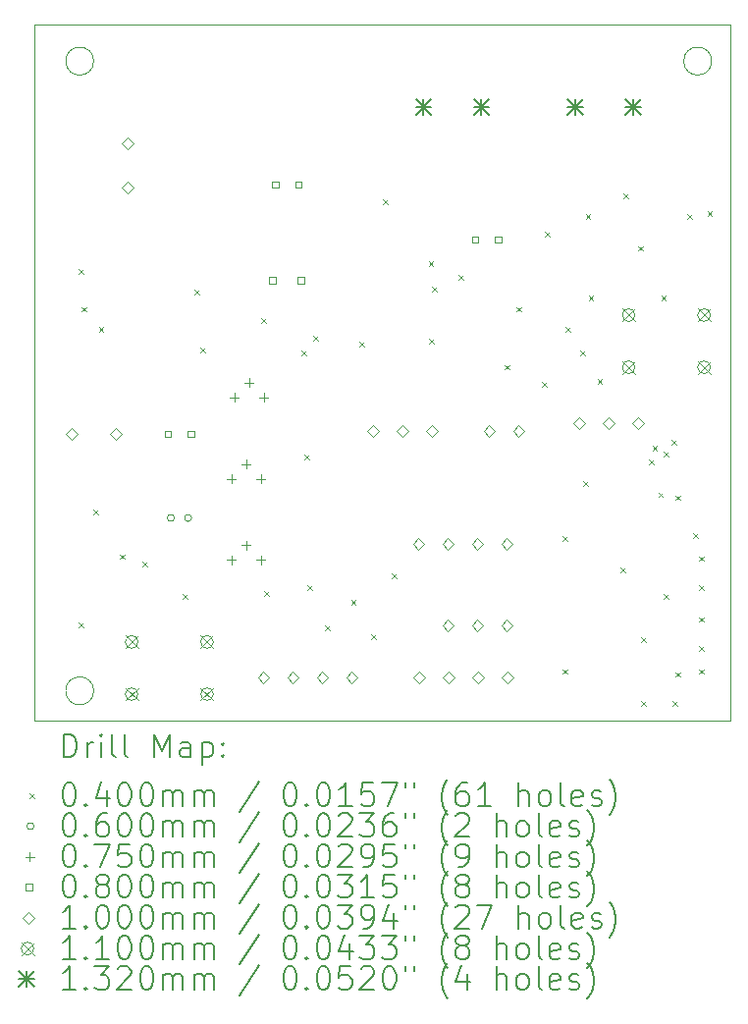
<source format=gbr>
%TF.GenerationSoftware,KiCad,Pcbnew,(6.0.9)*%
%TF.CreationDate,2023-04-25T00:15:43-06:00*%
%TF.ProjectId,WeatherStation,57656174-6865-4725-9374-6174696f6e2e,rev?*%
%TF.SameCoordinates,Original*%
%TF.FileFunction,Drillmap*%
%TF.FilePolarity,Positive*%
%FSLAX45Y45*%
G04 Gerber Fmt 4.5, Leading zero omitted, Abs format (unit mm)*
G04 Created by KiCad (PCBNEW (6.0.9)) date 2023-04-25 00:15:43*
%MOMM*%
%LPD*%
G01*
G04 APERTURE LIST*
%ADD10C,0.100000*%
%ADD11C,0.200000*%
%ADD12C,0.040000*%
%ADD13C,0.060000*%
%ADD14C,0.075000*%
%ADD15C,0.080000*%
%ADD16C,0.110000*%
%ADD17C,0.132000*%
G04 APERTURE END LIST*
D10*
X18915461Y-8110000D02*
G75*
G03*
X18915461Y-8110000I-120461J0D01*
G01*
X13585461Y-8110000D02*
G75*
G03*
X13585461Y-8110000I-120461J0D01*
G01*
X13585461Y-13540460D02*
G75*
G03*
X13585461Y-13540460I-120461J0D01*
G01*
X19075150Y-7797000D02*
X13074850Y-7797000D01*
X13074850Y-7797000D02*
X13074850Y-13797800D01*
X13074850Y-13797800D02*
X19075150Y-13797800D01*
X19075150Y-13797800D02*
X19075150Y-7797000D01*
D11*
D12*
X13455000Y-9905000D02*
X13495000Y-9945000D01*
X13495000Y-9905000D02*
X13455000Y-9945000D01*
X13455000Y-12954250D02*
X13495000Y-12994250D01*
X13495000Y-12954250D02*
X13455000Y-12994250D01*
X13480000Y-10230000D02*
X13520000Y-10270000D01*
X13520000Y-10230000D02*
X13480000Y-10270000D01*
X13580000Y-11980000D02*
X13620000Y-12020000D01*
X13620000Y-11980000D02*
X13580000Y-12020000D01*
X13630000Y-10405000D02*
X13670000Y-10445000D01*
X13670000Y-10405000D02*
X13630000Y-10445000D01*
X13813750Y-12363750D02*
X13853750Y-12403750D01*
X13853750Y-12363750D02*
X13813750Y-12403750D01*
X14005000Y-12430000D02*
X14045000Y-12470000D01*
X14045000Y-12430000D02*
X14005000Y-12470000D01*
X14355000Y-12705000D02*
X14395000Y-12745000D01*
X14395000Y-12705000D02*
X14355000Y-12745000D01*
X14455000Y-10080000D02*
X14495000Y-10120000D01*
X14495000Y-10080000D02*
X14455000Y-10120000D01*
X14505000Y-10580000D02*
X14545000Y-10620000D01*
X14545000Y-10580000D02*
X14505000Y-10620000D01*
X15030000Y-10330000D02*
X15070000Y-10370000D01*
X15070000Y-10330000D02*
X15030000Y-10370000D01*
X15055000Y-12680000D02*
X15095000Y-12720000D01*
X15095000Y-12680000D02*
X15055000Y-12720000D01*
X15380000Y-10605000D02*
X15420000Y-10645000D01*
X15420000Y-10605000D02*
X15380000Y-10645000D01*
X15405000Y-11505000D02*
X15445000Y-11545000D01*
X15445000Y-11505000D02*
X15405000Y-11545000D01*
X15430000Y-12630000D02*
X15470000Y-12670000D01*
X15470000Y-12630000D02*
X15430000Y-12670000D01*
X15480000Y-10480000D02*
X15520000Y-10520000D01*
X15520000Y-10480000D02*
X15480000Y-10520000D01*
X15580000Y-12980000D02*
X15620000Y-13020000D01*
X15620000Y-12980000D02*
X15580000Y-13020000D01*
X15805000Y-12755000D02*
X15845000Y-12795000D01*
X15845000Y-12755000D02*
X15805000Y-12795000D01*
X15880000Y-10530000D02*
X15920000Y-10570000D01*
X15920000Y-10530000D02*
X15880000Y-10570000D01*
X15980000Y-13055000D02*
X16020000Y-13095000D01*
X16020000Y-13055000D02*
X15980000Y-13095000D01*
X16080000Y-9305000D02*
X16120000Y-9345000D01*
X16120000Y-9305000D02*
X16080000Y-9345000D01*
X16155000Y-12530000D02*
X16195000Y-12570000D01*
X16195000Y-12530000D02*
X16155000Y-12570000D01*
X16475000Y-9835000D02*
X16515000Y-9875000D01*
X16515000Y-9835000D02*
X16475000Y-9875000D01*
X16480000Y-10505000D02*
X16520000Y-10545000D01*
X16520000Y-10505000D02*
X16480000Y-10545000D01*
X16505000Y-10055000D02*
X16545000Y-10095000D01*
X16545000Y-10055000D02*
X16505000Y-10095000D01*
X16730000Y-9955000D02*
X16770000Y-9995000D01*
X16770000Y-9955000D02*
X16730000Y-9995000D01*
X17130000Y-10730000D02*
X17170000Y-10770000D01*
X17170000Y-10730000D02*
X17130000Y-10770000D01*
X17230000Y-10230000D02*
X17270000Y-10270000D01*
X17270000Y-10230000D02*
X17230000Y-10270000D01*
X17455000Y-10880000D02*
X17495000Y-10920000D01*
X17495000Y-10880000D02*
X17455000Y-10920000D01*
X17480000Y-9580000D02*
X17520000Y-9620000D01*
X17520000Y-9580000D02*
X17480000Y-9620000D01*
X17630000Y-12205000D02*
X17670000Y-12245000D01*
X17670000Y-12205000D02*
X17630000Y-12245000D01*
X17630000Y-13355000D02*
X17670000Y-13395000D01*
X17670000Y-13355000D02*
X17630000Y-13395000D01*
X17655000Y-10405000D02*
X17695000Y-10445000D01*
X17695000Y-10405000D02*
X17655000Y-10445000D01*
X17780000Y-10605000D02*
X17820000Y-10645000D01*
X17820000Y-10605000D02*
X17780000Y-10645000D01*
X17808955Y-11733955D02*
X17848955Y-11773955D01*
X17848955Y-11733955D02*
X17808955Y-11773955D01*
X17830000Y-9430000D02*
X17870000Y-9470000D01*
X17870000Y-9430000D02*
X17830000Y-9470000D01*
X17855000Y-10130000D02*
X17895000Y-10170000D01*
X17895000Y-10130000D02*
X17855000Y-10170000D01*
X17930000Y-10855000D02*
X17970000Y-10895000D01*
X17970000Y-10855000D02*
X17930000Y-10895000D01*
X18130000Y-12480000D02*
X18170000Y-12520000D01*
X18170000Y-12480000D02*
X18130000Y-12520000D01*
X18155000Y-9255000D02*
X18195000Y-9295000D01*
X18195000Y-9255000D02*
X18155000Y-9295000D01*
X18280000Y-9705000D02*
X18320000Y-9745000D01*
X18320000Y-9705000D02*
X18280000Y-9745000D01*
X18305000Y-13080000D02*
X18345000Y-13120000D01*
X18345000Y-13080000D02*
X18305000Y-13120000D01*
X18305000Y-13630000D02*
X18345000Y-13670000D01*
X18345000Y-13630000D02*
X18305000Y-13670000D01*
X18374181Y-11549181D02*
X18414181Y-11589181D01*
X18414181Y-11549181D02*
X18374181Y-11589181D01*
X18405000Y-11430000D02*
X18445000Y-11470000D01*
X18445000Y-11430000D02*
X18405000Y-11470000D01*
X18455000Y-11830000D02*
X18495000Y-11870000D01*
X18495000Y-11830000D02*
X18455000Y-11870000D01*
X18480000Y-10130000D02*
X18520000Y-10170000D01*
X18520000Y-10130000D02*
X18480000Y-10170000D01*
X18505000Y-11480000D02*
X18545000Y-11520000D01*
X18545000Y-11480000D02*
X18505000Y-11520000D01*
X18505000Y-12705000D02*
X18545000Y-12745000D01*
X18545000Y-12705000D02*
X18505000Y-12745000D01*
X18572450Y-11380000D02*
X18612450Y-11420000D01*
X18612450Y-11380000D02*
X18572450Y-11420000D01*
X18580000Y-13630000D02*
X18620000Y-13670000D01*
X18620000Y-13630000D02*
X18580000Y-13670000D01*
X18605000Y-11855000D02*
X18645000Y-11895000D01*
X18645000Y-11855000D02*
X18605000Y-11895000D01*
X18605000Y-13380000D02*
X18645000Y-13420000D01*
X18645000Y-13380000D02*
X18605000Y-13420000D01*
X18705000Y-9430000D02*
X18745000Y-9470000D01*
X18745000Y-9430000D02*
X18705000Y-9470000D01*
X18755000Y-12180000D02*
X18795000Y-12220000D01*
X18795000Y-12180000D02*
X18755000Y-12220000D01*
X18805000Y-12380000D02*
X18845000Y-12420000D01*
X18845000Y-12380000D02*
X18805000Y-12420000D01*
X18805000Y-12630000D02*
X18845000Y-12670000D01*
X18845000Y-12630000D02*
X18805000Y-12670000D01*
X18805000Y-12905000D02*
X18845000Y-12945000D01*
X18845000Y-12905000D02*
X18805000Y-12945000D01*
X18805000Y-13155000D02*
X18845000Y-13195000D01*
X18845000Y-13155000D02*
X18805000Y-13195000D01*
X18805000Y-13355000D02*
X18845000Y-13395000D01*
X18845000Y-13355000D02*
X18805000Y-13395000D01*
X18880000Y-9405000D02*
X18920000Y-9445000D01*
X18920000Y-9405000D02*
X18880000Y-9445000D01*
D13*
X14280000Y-12050000D02*
G75*
G03*
X14280000Y-12050000I-30000J0D01*
G01*
X14430000Y-12050000D02*
G75*
G03*
X14430000Y-12050000I-30000J0D01*
G01*
D14*
X14773000Y-11673500D02*
X14773000Y-11748500D01*
X14735500Y-11711000D02*
X14810500Y-11711000D01*
X14773000Y-12373500D02*
X14773000Y-12448500D01*
X14735500Y-12411000D02*
X14810500Y-12411000D01*
X14798000Y-10973500D02*
X14798000Y-11048500D01*
X14760500Y-11011000D02*
X14835500Y-11011000D01*
X14900000Y-11546500D02*
X14900000Y-11621500D01*
X14862500Y-11584000D02*
X14937500Y-11584000D01*
X14900000Y-12246500D02*
X14900000Y-12321500D01*
X14862500Y-12284000D02*
X14937500Y-12284000D01*
X14925000Y-10846500D02*
X14925000Y-10921500D01*
X14887500Y-10884000D02*
X14962500Y-10884000D01*
X15027000Y-11673500D02*
X15027000Y-11748500D01*
X14989500Y-11711000D02*
X15064500Y-11711000D01*
X15027000Y-12373500D02*
X15027000Y-12448500D01*
X14989500Y-12411000D02*
X15064500Y-12411000D01*
X15052000Y-10973500D02*
X15052000Y-11048500D01*
X15014500Y-11011000D02*
X15089500Y-11011000D01*
D15*
X14253284Y-11353284D02*
X14253284Y-11296715D01*
X14196715Y-11296715D01*
X14196715Y-11353284D01*
X14253284Y-11353284D01*
X14453284Y-11353284D02*
X14453284Y-11296715D01*
X14396715Y-11296715D01*
X14396715Y-11353284D01*
X14453284Y-11353284D01*
X15153284Y-10028285D02*
X15153284Y-9971716D01*
X15096715Y-9971716D01*
X15096715Y-10028285D01*
X15153284Y-10028285D01*
X15178284Y-9203285D02*
X15178284Y-9146716D01*
X15121715Y-9146716D01*
X15121715Y-9203285D01*
X15178284Y-9203285D01*
X15378284Y-9203285D02*
X15378284Y-9146716D01*
X15321715Y-9146716D01*
X15321715Y-9203285D01*
X15378284Y-9203285D01*
X15403284Y-10028285D02*
X15403284Y-9971716D01*
X15346715Y-9971716D01*
X15346715Y-10028285D01*
X15403284Y-10028285D01*
X16903285Y-9678285D02*
X16903285Y-9621716D01*
X16846716Y-9621716D01*
X16846716Y-9678285D01*
X16903285Y-9678285D01*
X17103285Y-9678285D02*
X17103285Y-9621716D01*
X17046716Y-9621716D01*
X17046716Y-9678285D01*
X17103285Y-9678285D01*
D10*
X13394000Y-11375000D02*
X13444000Y-11325000D01*
X13394000Y-11275000D01*
X13344000Y-11325000D01*
X13394000Y-11375000D01*
X13775000Y-11375000D02*
X13825000Y-11325000D01*
X13775000Y-11275000D01*
X13725000Y-11325000D01*
X13775000Y-11375000D01*
X13879925Y-8870000D02*
X13929925Y-8820000D01*
X13879925Y-8770000D01*
X13829925Y-8820000D01*
X13879925Y-8870000D01*
X13879925Y-9251000D02*
X13929925Y-9201000D01*
X13879925Y-9151000D01*
X13829925Y-9201000D01*
X13879925Y-9251000D01*
X15050000Y-13475000D02*
X15100000Y-13425000D01*
X15050000Y-13375000D01*
X15000000Y-13425000D01*
X15050000Y-13475000D01*
X15304000Y-13475000D02*
X15354000Y-13425000D01*
X15304000Y-13375000D01*
X15254000Y-13425000D01*
X15304000Y-13475000D01*
X15558000Y-13475000D02*
X15608000Y-13425000D01*
X15558000Y-13375000D01*
X15508000Y-13425000D01*
X15558000Y-13475000D01*
X15812000Y-13475000D02*
X15862000Y-13425000D01*
X15812000Y-13375000D01*
X15762000Y-13425000D01*
X15812000Y-13475000D01*
X15994500Y-11350000D02*
X16044500Y-11300000D01*
X15994500Y-11250000D01*
X15944500Y-11300000D01*
X15994500Y-11350000D01*
X16248500Y-11350000D02*
X16298500Y-11300000D01*
X16248500Y-11250000D01*
X16198500Y-11300000D01*
X16248500Y-11350000D01*
X16388000Y-12325000D02*
X16438000Y-12275000D01*
X16388000Y-12225000D01*
X16338000Y-12275000D01*
X16388000Y-12325000D01*
X16395000Y-13475000D02*
X16445000Y-13425000D01*
X16395000Y-13375000D01*
X16345000Y-13425000D01*
X16395000Y-13475000D01*
X16502500Y-11350000D02*
X16552500Y-11300000D01*
X16502500Y-11250000D01*
X16452500Y-11300000D01*
X16502500Y-11350000D01*
X16642000Y-12325000D02*
X16692000Y-12275000D01*
X16642000Y-12225000D01*
X16592000Y-12275000D01*
X16642000Y-12325000D01*
X16642000Y-13025000D02*
X16692000Y-12975000D01*
X16642000Y-12925000D01*
X16592000Y-12975000D01*
X16642000Y-13025000D01*
X16649000Y-13475000D02*
X16699000Y-13425000D01*
X16649000Y-13375000D01*
X16599000Y-13425000D01*
X16649000Y-13475000D01*
X16896000Y-12325000D02*
X16946000Y-12275000D01*
X16896000Y-12225000D01*
X16846000Y-12275000D01*
X16896000Y-12325000D01*
X16896000Y-13025000D02*
X16946000Y-12975000D01*
X16896000Y-12925000D01*
X16846000Y-12975000D01*
X16896000Y-13025000D01*
X16903000Y-13475000D02*
X16953000Y-13425000D01*
X16903000Y-13375000D01*
X16853000Y-13425000D01*
X16903000Y-13475000D01*
X16997500Y-11350000D02*
X17047500Y-11300000D01*
X16997500Y-11250000D01*
X16947500Y-11300000D01*
X16997500Y-11350000D01*
X17150000Y-12325000D02*
X17200000Y-12275000D01*
X17150000Y-12225000D01*
X17100000Y-12275000D01*
X17150000Y-12325000D01*
X17150000Y-13025000D02*
X17200000Y-12975000D01*
X17150000Y-12925000D01*
X17100000Y-12975000D01*
X17150000Y-13025000D01*
X17157000Y-13475000D02*
X17207000Y-13425000D01*
X17157000Y-13375000D01*
X17107000Y-13425000D01*
X17157000Y-13475000D01*
X17251500Y-11350000D02*
X17301500Y-11300000D01*
X17251500Y-11250000D01*
X17201500Y-11300000D01*
X17251500Y-11350000D01*
X17769500Y-11285000D02*
X17819500Y-11235000D01*
X17769500Y-11185000D01*
X17719500Y-11235000D01*
X17769500Y-11285000D01*
X18023500Y-11285000D02*
X18073500Y-11235000D01*
X18023500Y-11185000D01*
X17973500Y-11235000D01*
X18023500Y-11285000D01*
X18277500Y-11285000D02*
X18327500Y-11235000D01*
X18277500Y-11185000D01*
X18227500Y-11235000D01*
X18277500Y-11285000D01*
D16*
X13858000Y-13064000D02*
X13968000Y-13174000D01*
X13968000Y-13064000D02*
X13858000Y-13174000D01*
X13968000Y-13119000D02*
G75*
G03*
X13968000Y-13119000I-55000J0D01*
G01*
X13858000Y-13514000D02*
X13968000Y-13624000D01*
X13968000Y-13514000D02*
X13858000Y-13624000D01*
X13968000Y-13569000D02*
G75*
G03*
X13968000Y-13569000I-55000J0D01*
G01*
X14508000Y-13064000D02*
X14618000Y-13174000D01*
X14618000Y-13064000D02*
X14508000Y-13174000D01*
X14618000Y-13119000D02*
G75*
G03*
X14618000Y-13119000I-55000J0D01*
G01*
X14508000Y-13514000D02*
X14618000Y-13624000D01*
X14618000Y-13514000D02*
X14508000Y-13624000D01*
X14618000Y-13569000D02*
G75*
G03*
X14618000Y-13569000I-55000J0D01*
G01*
X18145000Y-10245000D02*
X18255000Y-10355000D01*
X18255000Y-10245000D02*
X18145000Y-10355000D01*
X18255000Y-10300000D02*
G75*
G03*
X18255000Y-10300000I-55000J0D01*
G01*
X18145000Y-10695000D02*
X18255000Y-10805000D01*
X18255000Y-10695000D02*
X18145000Y-10805000D01*
X18255000Y-10750000D02*
G75*
G03*
X18255000Y-10750000I-55000J0D01*
G01*
X18795000Y-10245000D02*
X18905000Y-10355000D01*
X18905000Y-10245000D02*
X18795000Y-10355000D01*
X18905000Y-10300000D02*
G75*
G03*
X18905000Y-10300000I-55000J0D01*
G01*
X18795000Y-10695000D02*
X18905000Y-10805000D01*
X18905000Y-10695000D02*
X18795000Y-10805000D01*
X18905000Y-10750000D02*
G75*
G03*
X18905000Y-10750000I-55000J0D01*
G01*
D17*
X16364000Y-8439000D02*
X16496000Y-8571000D01*
X16496000Y-8439000D02*
X16364000Y-8571000D01*
X16430000Y-8439000D02*
X16430000Y-8571000D01*
X16364000Y-8505000D02*
X16496000Y-8505000D01*
X16864000Y-8439000D02*
X16996000Y-8571000D01*
X16996000Y-8439000D02*
X16864000Y-8571000D01*
X16930000Y-8439000D02*
X16930000Y-8571000D01*
X16864000Y-8505000D02*
X16996000Y-8505000D01*
X17670500Y-8439000D02*
X17802500Y-8571000D01*
X17802500Y-8439000D02*
X17670500Y-8571000D01*
X17736500Y-8439000D02*
X17736500Y-8571000D01*
X17670500Y-8505000D02*
X17802500Y-8505000D01*
X18170500Y-8439000D02*
X18302500Y-8571000D01*
X18302500Y-8439000D02*
X18170500Y-8571000D01*
X18236500Y-8439000D02*
X18236500Y-8571000D01*
X18170500Y-8505000D02*
X18302500Y-8505000D01*
D11*
X13327469Y-14113276D02*
X13327469Y-13913276D01*
X13375088Y-13913276D01*
X13403659Y-13922800D01*
X13422707Y-13941848D01*
X13432231Y-13960895D01*
X13441755Y-13998990D01*
X13441755Y-14027562D01*
X13432231Y-14065657D01*
X13422707Y-14084705D01*
X13403659Y-14103752D01*
X13375088Y-14113276D01*
X13327469Y-14113276D01*
X13527469Y-14113276D02*
X13527469Y-13979943D01*
X13527469Y-14018038D02*
X13536993Y-13998990D01*
X13546517Y-13989467D01*
X13565564Y-13979943D01*
X13584612Y-13979943D01*
X13651278Y-14113276D02*
X13651278Y-13979943D01*
X13651278Y-13913276D02*
X13641755Y-13922800D01*
X13651278Y-13932324D01*
X13660802Y-13922800D01*
X13651278Y-13913276D01*
X13651278Y-13932324D01*
X13775088Y-14113276D02*
X13756040Y-14103752D01*
X13746517Y-14084705D01*
X13746517Y-13913276D01*
X13879850Y-14113276D02*
X13860802Y-14103752D01*
X13851278Y-14084705D01*
X13851278Y-13913276D01*
X14108421Y-14113276D02*
X14108421Y-13913276D01*
X14175088Y-14056133D01*
X14241755Y-13913276D01*
X14241755Y-14113276D01*
X14422707Y-14113276D02*
X14422707Y-14008514D01*
X14413183Y-13989467D01*
X14394136Y-13979943D01*
X14356040Y-13979943D01*
X14336993Y-13989467D01*
X14422707Y-14103752D02*
X14403659Y-14113276D01*
X14356040Y-14113276D01*
X14336993Y-14103752D01*
X14327469Y-14084705D01*
X14327469Y-14065657D01*
X14336993Y-14046609D01*
X14356040Y-14037086D01*
X14403659Y-14037086D01*
X14422707Y-14027562D01*
X14517945Y-13979943D02*
X14517945Y-14179943D01*
X14517945Y-13989467D02*
X14536993Y-13979943D01*
X14575088Y-13979943D01*
X14594136Y-13989467D01*
X14603659Y-13998990D01*
X14613183Y-14018038D01*
X14613183Y-14075181D01*
X14603659Y-14094228D01*
X14594136Y-14103752D01*
X14575088Y-14113276D01*
X14536993Y-14113276D01*
X14517945Y-14103752D01*
X14698898Y-14094228D02*
X14708421Y-14103752D01*
X14698898Y-14113276D01*
X14689374Y-14103752D01*
X14698898Y-14094228D01*
X14698898Y-14113276D01*
X14698898Y-13989467D02*
X14708421Y-13998990D01*
X14698898Y-14008514D01*
X14689374Y-13998990D01*
X14698898Y-13989467D01*
X14698898Y-14008514D01*
D12*
X13029850Y-14422800D02*
X13069850Y-14462800D01*
X13069850Y-14422800D02*
X13029850Y-14462800D01*
D11*
X13365564Y-14333276D02*
X13384612Y-14333276D01*
X13403659Y-14342800D01*
X13413183Y-14352324D01*
X13422707Y-14371371D01*
X13432231Y-14409467D01*
X13432231Y-14457086D01*
X13422707Y-14495181D01*
X13413183Y-14514228D01*
X13403659Y-14523752D01*
X13384612Y-14533276D01*
X13365564Y-14533276D01*
X13346517Y-14523752D01*
X13336993Y-14514228D01*
X13327469Y-14495181D01*
X13317945Y-14457086D01*
X13317945Y-14409467D01*
X13327469Y-14371371D01*
X13336993Y-14352324D01*
X13346517Y-14342800D01*
X13365564Y-14333276D01*
X13517945Y-14514228D02*
X13527469Y-14523752D01*
X13517945Y-14533276D01*
X13508421Y-14523752D01*
X13517945Y-14514228D01*
X13517945Y-14533276D01*
X13698898Y-14399943D02*
X13698898Y-14533276D01*
X13651278Y-14323752D02*
X13603659Y-14466609D01*
X13727469Y-14466609D01*
X13841755Y-14333276D02*
X13860802Y-14333276D01*
X13879850Y-14342800D01*
X13889374Y-14352324D01*
X13898898Y-14371371D01*
X13908421Y-14409467D01*
X13908421Y-14457086D01*
X13898898Y-14495181D01*
X13889374Y-14514228D01*
X13879850Y-14523752D01*
X13860802Y-14533276D01*
X13841755Y-14533276D01*
X13822707Y-14523752D01*
X13813183Y-14514228D01*
X13803659Y-14495181D01*
X13794136Y-14457086D01*
X13794136Y-14409467D01*
X13803659Y-14371371D01*
X13813183Y-14352324D01*
X13822707Y-14342800D01*
X13841755Y-14333276D01*
X14032231Y-14333276D02*
X14051278Y-14333276D01*
X14070326Y-14342800D01*
X14079850Y-14352324D01*
X14089374Y-14371371D01*
X14098898Y-14409467D01*
X14098898Y-14457086D01*
X14089374Y-14495181D01*
X14079850Y-14514228D01*
X14070326Y-14523752D01*
X14051278Y-14533276D01*
X14032231Y-14533276D01*
X14013183Y-14523752D01*
X14003659Y-14514228D01*
X13994136Y-14495181D01*
X13984612Y-14457086D01*
X13984612Y-14409467D01*
X13994136Y-14371371D01*
X14003659Y-14352324D01*
X14013183Y-14342800D01*
X14032231Y-14333276D01*
X14184612Y-14533276D02*
X14184612Y-14399943D01*
X14184612Y-14418990D02*
X14194136Y-14409467D01*
X14213183Y-14399943D01*
X14241755Y-14399943D01*
X14260802Y-14409467D01*
X14270326Y-14428514D01*
X14270326Y-14533276D01*
X14270326Y-14428514D02*
X14279850Y-14409467D01*
X14298898Y-14399943D01*
X14327469Y-14399943D01*
X14346517Y-14409467D01*
X14356040Y-14428514D01*
X14356040Y-14533276D01*
X14451278Y-14533276D02*
X14451278Y-14399943D01*
X14451278Y-14418990D02*
X14460802Y-14409467D01*
X14479850Y-14399943D01*
X14508421Y-14399943D01*
X14527469Y-14409467D01*
X14536993Y-14428514D01*
X14536993Y-14533276D01*
X14536993Y-14428514D02*
X14546517Y-14409467D01*
X14565564Y-14399943D01*
X14594136Y-14399943D01*
X14613183Y-14409467D01*
X14622707Y-14428514D01*
X14622707Y-14533276D01*
X15013183Y-14323752D02*
X14841755Y-14580895D01*
X15270326Y-14333276D02*
X15289374Y-14333276D01*
X15308421Y-14342800D01*
X15317945Y-14352324D01*
X15327469Y-14371371D01*
X15336993Y-14409467D01*
X15336993Y-14457086D01*
X15327469Y-14495181D01*
X15317945Y-14514228D01*
X15308421Y-14523752D01*
X15289374Y-14533276D01*
X15270326Y-14533276D01*
X15251278Y-14523752D01*
X15241755Y-14514228D01*
X15232231Y-14495181D01*
X15222707Y-14457086D01*
X15222707Y-14409467D01*
X15232231Y-14371371D01*
X15241755Y-14352324D01*
X15251278Y-14342800D01*
X15270326Y-14333276D01*
X15422707Y-14514228D02*
X15432231Y-14523752D01*
X15422707Y-14533276D01*
X15413183Y-14523752D01*
X15422707Y-14514228D01*
X15422707Y-14533276D01*
X15556040Y-14333276D02*
X15575088Y-14333276D01*
X15594136Y-14342800D01*
X15603659Y-14352324D01*
X15613183Y-14371371D01*
X15622707Y-14409467D01*
X15622707Y-14457086D01*
X15613183Y-14495181D01*
X15603659Y-14514228D01*
X15594136Y-14523752D01*
X15575088Y-14533276D01*
X15556040Y-14533276D01*
X15536993Y-14523752D01*
X15527469Y-14514228D01*
X15517945Y-14495181D01*
X15508421Y-14457086D01*
X15508421Y-14409467D01*
X15517945Y-14371371D01*
X15527469Y-14352324D01*
X15536993Y-14342800D01*
X15556040Y-14333276D01*
X15813183Y-14533276D02*
X15698898Y-14533276D01*
X15756040Y-14533276D02*
X15756040Y-14333276D01*
X15736993Y-14361848D01*
X15717945Y-14380895D01*
X15698898Y-14390419D01*
X15994136Y-14333276D02*
X15898898Y-14333276D01*
X15889374Y-14428514D01*
X15898898Y-14418990D01*
X15917945Y-14409467D01*
X15965564Y-14409467D01*
X15984612Y-14418990D01*
X15994136Y-14428514D01*
X16003659Y-14447562D01*
X16003659Y-14495181D01*
X15994136Y-14514228D01*
X15984612Y-14523752D01*
X15965564Y-14533276D01*
X15917945Y-14533276D01*
X15898898Y-14523752D01*
X15889374Y-14514228D01*
X16070326Y-14333276D02*
X16203659Y-14333276D01*
X16117945Y-14533276D01*
X16270326Y-14333276D02*
X16270326Y-14371371D01*
X16346517Y-14333276D02*
X16346517Y-14371371D01*
X16641755Y-14609467D02*
X16632231Y-14599943D01*
X16613183Y-14571371D01*
X16603659Y-14552324D01*
X16594136Y-14523752D01*
X16584612Y-14476133D01*
X16584612Y-14438038D01*
X16594136Y-14390419D01*
X16603659Y-14361848D01*
X16613183Y-14342800D01*
X16632231Y-14314228D01*
X16641755Y-14304705D01*
X16803660Y-14333276D02*
X16765564Y-14333276D01*
X16746517Y-14342800D01*
X16736993Y-14352324D01*
X16717945Y-14380895D01*
X16708421Y-14418990D01*
X16708421Y-14495181D01*
X16717945Y-14514228D01*
X16727469Y-14523752D01*
X16746517Y-14533276D01*
X16784612Y-14533276D01*
X16803660Y-14523752D01*
X16813183Y-14514228D01*
X16822707Y-14495181D01*
X16822707Y-14447562D01*
X16813183Y-14428514D01*
X16803660Y-14418990D01*
X16784612Y-14409467D01*
X16746517Y-14409467D01*
X16727469Y-14418990D01*
X16717945Y-14428514D01*
X16708421Y-14447562D01*
X17013183Y-14533276D02*
X16898898Y-14533276D01*
X16956040Y-14533276D02*
X16956040Y-14333276D01*
X16936993Y-14361848D01*
X16917945Y-14380895D01*
X16898898Y-14390419D01*
X17251279Y-14533276D02*
X17251279Y-14333276D01*
X17336993Y-14533276D02*
X17336993Y-14428514D01*
X17327469Y-14409467D01*
X17308421Y-14399943D01*
X17279850Y-14399943D01*
X17260802Y-14409467D01*
X17251279Y-14418990D01*
X17460802Y-14533276D02*
X17441755Y-14523752D01*
X17432231Y-14514228D01*
X17422707Y-14495181D01*
X17422707Y-14438038D01*
X17432231Y-14418990D01*
X17441755Y-14409467D01*
X17460802Y-14399943D01*
X17489374Y-14399943D01*
X17508421Y-14409467D01*
X17517945Y-14418990D01*
X17527469Y-14438038D01*
X17527469Y-14495181D01*
X17517945Y-14514228D01*
X17508421Y-14523752D01*
X17489374Y-14533276D01*
X17460802Y-14533276D01*
X17641755Y-14533276D02*
X17622707Y-14523752D01*
X17613183Y-14504705D01*
X17613183Y-14333276D01*
X17794136Y-14523752D02*
X17775088Y-14533276D01*
X17736993Y-14533276D01*
X17717945Y-14523752D01*
X17708421Y-14504705D01*
X17708421Y-14428514D01*
X17717945Y-14409467D01*
X17736993Y-14399943D01*
X17775088Y-14399943D01*
X17794136Y-14409467D01*
X17803660Y-14428514D01*
X17803660Y-14447562D01*
X17708421Y-14466609D01*
X17879850Y-14523752D02*
X17898898Y-14533276D01*
X17936993Y-14533276D01*
X17956040Y-14523752D01*
X17965564Y-14504705D01*
X17965564Y-14495181D01*
X17956040Y-14476133D01*
X17936993Y-14466609D01*
X17908421Y-14466609D01*
X17889374Y-14457086D01*
X17879850Y-14438038D01*
X17879850Y-14428514D01*
X17889374Y-14409467D01*
X17908421Y-14399943D01*
X17936993Y-14399943D01*
X17956040Y-14409467D01*
X18032231Y-14609467D02*
X18041755Y-14599943D01*
X18060802Y-14571371D01*
X18070326Y-14552324D01*
X18079850Y-14523752D01*
X18089374Y-14476133D01*
X18089374Y-14438038D01*
X18079850Y-14390419D01*
X18070326Y-14361848D01*
X18060802Y-14342800D01*
X18041755Y-14314228D01*
X18032231Y-14304705D01*
D13*
X13069850Y-14706800D02*
G75*
G03*
X13069850Y-14706800I-30000J0D01*
G01*
D11*
X13365564Y-14597276D02*
X13384612Y-14597276D01*
X13403659Y-14606800D01*
X13413183Y-14616324D01*
X13422707Y-14635371D01*
X13432231Y-14673467D01*
X13432231Y-14721086D01*
X13422707Y-14759181D01*
X13413183Y-14778228D01*
X13403659Y-14787752D01*
X13384612Y-14797276D01*
X13365564Y-14797276D01*
X13346517Y-14787752D01*
X13336993Y-14778228D01*
X13327469Y-14759181D01*
X13317945Y-14721086D01*
X13317945Y-14673467D01*
X13327469Y-14635371D01*
X13336993Y-14616324D01*
X13346517Y-14606800D01*
X13365564Y-14597276D01*
X13517945Y-14778228D02*
X13527469Y-14787752D01*
X13517945Y-14797276D01*
X13508421Y-14787752D01*
X13517945Y-14778228D01*
X13517945Y-14797276D01*
X13698898Y-14597276D02*
X13660802Y-14597276D01*
X13641755Y-14606800D01*
X13632231Y-14616324D01*
X13613183Y-14644895D01*
X13603659Y-14682990D01*
X13603659Y-14759181D01*
X13613183Y-14778228D01*
X13622707Y-14787752D01*
X13641755Y-14797276D01*
X13679850Y-14797276D01*
X13698898Y-14787752D01*
X13708421Y-14778228D01*
X13717945Y-14759181D01*
X13717945Y-14711562D01*
X13708421Y-14692514D01*
X13698898Y-14682990D01*
X13679850Y-14673467D01*
X13641755Y-14673467D01*
X13622707Y-14682990D01*
X13613183Y-14692514D01*
X13603659Y-14711562D01*
X13841755Y-14597276D02*
X13860802Y-14597276D01*
X13879850Y-14606800D01*
X13889374Y-14616324D01*
X13898898Y-14635371D01*
X13908421Y-14673467D01*
X13908421Y-14721086D01*
X13898898Y-14759181D01*
X13889374Y-14778228D01*
X13879850Y-14787752D01*
X13860802Y-14797276D01*
X13841755Y-14797276D01*
X13822707Y-14787752D01*
X13813183Y-14778228D01*
X13803659Y-14759181D01*
X13794136Y-14721086D01*
X13794136Y-14673467D01*
X13803659Y-14635371D01*
X13813183Y-14616324D01*
X13822707Y-14606800D01*
X13841755Y-14597276D01*
X14032231Y-14597276D02*
X14051278Y-14597276D01*
X14070326Y-14606800D01*
X14079850Y-14616324D01*
X14089374Y-14635371D01*
X14098898Y-14673467D01*
X14098898Y-14721086D01*
X14089374Y-14759181D01*
X14079850Y-14778228D01*
X14070326Y-14787752D01*
X14051278Y-14797276D01*
X14032231Y-14797276D01*
X14013183Y-14787752D01*
X14003659Y-14778228D01*
X13994136Y-14759181D01*
X13984612Y-14721086D01*
X13984612Y-14673467D01*
X13994136Y-14635371D01*
X14003659Y-14616324D01*
X14013183Y-14606800D01*
X14032231Y-14597276D01*
X14184612Y-14797276D02*
X14184612Y-14663943D01*
X14184612Y-14682990D02*
X14194136Y-14673467D01*
X14213183Y-14663943D01*
X14241755Y-14663943D01*
X14260802Y-14673467D01*
X14270326Y-14692514D01*
X14270326Y-14797276D01*
X14270326Y-14692514D02*
X14279850Y-14673467D01*
X14298898Y-14663943D01*
X14327469Y-14663943D01*
X14346517Y-14673467D01*
X14356040Y-14692514D01*
X14356040Y-14797276D01*
X14451278Y-14797276D02*
X14451278Y-14663943D01*
X14451278Y-14682990D02*
X14460802Y-14673467D01*
X14479850Y-14663943D01*
X14508421Y-14663943D01*
X14527469Y-14673467D01*
X14536993Y-14692514D01*
X14536993Y-14797276D01*
X14536993Y-14692514D02*
X14546517Y-14673467D01*
X14565564Y-14663943D01*
X14594136Y-14663943D01*
X14613183Y-14673467D01*
X14622707Y-14692514D01*
X14622707Y-14797276D01*
X15013183Y-14587752D02*
X14841755Y-14844895D01*
X15270326Y-14597276D02*
X15289374Y-14597276D01*
X15308421Y-14606800D01*
X15317945Y-14616324D01*
X15327469Y-14635371D01*
X15336993Y-14673467D01*
X15336993Y-14721086D01*
X15327469Y-14759181D01*
X15317945Y-14778228D01*
X15308421Y-14787752D01*
X15289374Y-14797276D01*
X15270326Y-14797276D01*
X15251278Y-14787752D01*
X15241755Y-14778228D01*
X15232231Y-14759181D01*
X15222707Y-14721086D01*
X15222707Y-14673467D01*
X15232231Y-14635371D01*
X15241755Y-14616324D01*
X15251278Y-14606800D01*
X15270326Y-14597276D01*
X15422707Y-14778228D02*
X15432231Y-14787752D01*
X15422707Y-14797276D01*
X15413183Y-14787752D01*
X15422707Y-14778228D01*
X15422707Y-14797276D01*
X15556040Y-14597276D02*
X15575088Y-14597276D01*
X15594136Y-14606800D01*
X15603659Y-14616324D01*
X15613183Y-14635371D01*
X15622707Y-14673467D01*
X15622707Y-14721086D01*
X15613183Y-14759181D01*
X15603659Y-14778228D01*
X15594136Y-14787752D01*
X15575088Y-14797276D01*
X15556040Y-14797276D01*
X15536993Y-14787752D01*
X15527469Y-14778228D01*
X15517945Y-14759181D01*
X15508421Y-14721086D01*
X15508421Y-14673467D01*
X15517945Y-14635371D01*
X15527469Y-14616324D01*
X15536993Y-14606800D01*
X15556040Y-14597276D01*
X15698898Y-14616324D02*
X15708421Y-14606800D01*
X15727469Y-14597276D01*
X15775088Y-14597276D01*
X15794136Y-14606800D01*
X15803659Y-14616324D01*
X15813183Y-14635371D01*
X15813183Y-14654419D01*
X15803659Y-14682990D01*
X15689374Y-14797276D01*
X15813183Y-14797276D01*
X15879850Y-14597276D02*
X16003659Y-14597276D01*
X15936993Y-14673467D01*
X15965564Y-14673467D01*
X15984612Y-14682990D01*
X15994136Y-14692514D01*
X16003659Y-14711562D01*
X16003659Y-14759181D01*
X15994136Y-14778228D01*
X15984612Y-14787752D01*
X15965564Y-14797276D01*
X15908421Y-14797276D01*
X15889374Y-14787752D01*
X15879850Y-14778228D01*
X16175088Y-14597276D02*
X16136993Y-14597276D01*
X16117945Y-14606800D01*
X16108421Y-14616324D01*
X16089374Y-14644895D01*
X16079850Y-14682990D01*
X16079850Y-14759181D01*
X16089374Y-14778228D01*
X16098898Y-14787752D01*
X16117945Y-14797276D01*
X16156040Y-14797276D01*
X16175088Y-14787752D01*
X16184612Y-14778228D01*
X16194136Y-14759181D01*
X16194136Y-14711562D01*
X16184612Y-14692514D01*
X16175088Y-14682990D01*
X16156040Y-14673467D01*
X16117945Y-14673467D01*
X16098898Y-14682990D01*
X16089374Y-14692514D01*
X16079850Y-14711562D01*
X16270326Y-14597276D02*
X16270326Y-14635371D01*
X16346517Y-14597276D02*
X16346517Y-14635371D01*
X16641755Y-14873467D02*
X16632231Y-14863943D01*
X16613183Y-14835371D01*
X16603659Y-14816324D01*
X16594136Y-14787752D01*
X16584612Y-14740133D01*
X16584612Y-14702038D01*
X16594136Y-14654419D01*
X16603659Y-14625848D01*
X16613183Y-14606800D01*
X16632231Y-14578228D01*
X16641755Y-14568705D01*
X16708421Y-14616324D02*
X16717945Y-14606800D01*
X16736993Y-14597276D01*
X16784612Y-14597276D01*
X16803660Y-14606800D01*
X16813183Y-14616324D01*
X16822707Y-14635371D01*
X16822707Y-14654419D01*
X16813183Y-14682990D01*
X16698898Y-14797276D01*
X16822707Y-14797276D01*
X17060802Y-14797276D02*
X17060802Y-14597276D01*
X17146517Y-14797276D02*
X17146517Y-14692514D01*
X17136993Y-14673467D01*
X17117945Y-14663943D01*
X17089374Y-14663943D01*
X17070326Y-14673467D01*
X17060802Y-14682990D01*
X17270326Y-14797276D02*
X17251279Y-14787752D01*
X17241755Y-14778228D01*
X17232231Y-14759181D01*
X17232231Y-14702038D01*
X17241755Y-14682990D01*
X17251279Y-14673467D01*
X17270326Y-14663943D01*
X17298898Y-14663943D01*
X17317945Y-14673467D01*
X17327469Y-14682990D01*
X17336993Y-14702038D01*
X17336993Y-14759181D01*
X17327469Y-14778228D01*
X17317945Y-14787752D01*
X17298898Y-14797276D01*
X17270326Y-14797276D01*
X17451279Y-14797276D02*
X17432231Y-14787752D01*
X17422707Y-14768705D01*
X17422707Y-14597276D01*
X17603660Y-14787752D02*
X17584612Y-14797276D01*
X17546517Y-14797276D01*
X17527469Y-14787752D01*
X17517945Y-14768705D01*
X17517945Y-14692514D01*
X17527469Y-14673467D01*
X17546517Y-14663943D01*
X17584612Y-14663943D01*
X17603660Y-14673467D01*
X17613183Y-14692514D01*
X17613183Y-14711562D01*
X17517945Y-14730609D01*
X17689374Y-14787752D02*
X17708421Y-14797276D01*
X17746517Y-14797276D01*
X17765564Y-14787752D01*
X17775088Y-14768705D01*
X17775088Y-14759181D01*
X17765564Y-14740133D01*
X17746517Y-14730609D01*
X17717945Y-14730609D01*
X17698898Y-14721086D01*
X17689374Y-14702038D01*
X17689374Y-14692514D01*
X17698898Y-14673467D01*
X17717945Y-14663943D01*
X17746517Y-14663943D01*
X17765564Y-14673467D01*
X17841755Y-14873467D02*
X17851279Y-14863943D01*
X17870326Y-14835371D01*
X17879850Y-14816324D01*
X17889374Y-14787752D01*
X17898898Y-14740133D01*
X17898898Y-14702038D01*
X17889374Y-14654419D01*
X17879850Y-14625848D01*
X17870326Y-14606800D01*
X17851279Y-14578228D01*
X17841755Y-14568705D01*
D14*
X13032350Y-14933300D02*
X13032350Y-15008300D01*
X12994850Y-14970800D02*
X13069850Y-14970800D01*
D11*
X13365564Y-14861276D02*
X13384612Y-14861276D01*
X13403659Y-14870800D01*
X13413183Y-14880324D01*
X13422707Y-14899371D01*
X13432231Y-14937467D01*
X13432231Y-14985086D01*
X13422707Y-15023181D01*
X13413183Y-15042228D01*
X13403659Y-15051752D01*
X13384612Y-15061276D01*
X13365564Y-15061276D01*
X13346517Y-15051752D01*
X13336993Y-15042228D01*
X13327469Y-15023181D01*
X13317945Y-14985086D01*
X13317945Y-14937467D01*
X13327469Y-14899371D01*
X13336993Y-14880324D01*
X13346517Y-14870800D01*
X13365564Y-14861276D01*
X13517945Y-15042228D02*
X13527469Y-15051752D01*
X13517945Y-15061276D01*
X13508421Y-15051752D01*
X13517945Y-15042228D01*
X13517945Y-15061276D01*
X13594136Y-14861276D02*
X13727469Y-14861276D01*
X13641755Y-15061276D01*
X13898898Y-14861276D02*
X13803659Y-14861276D01*
X13794136Y-14956514D01*
X13803659Y-14946990D01*
X13822707Y-14937467D01*
X13870326Y-14937467D01*
X13889374Y-14946990D01*
X13898898Y-14956514D01*
X13908421Y-14975562D01*
X13908421Y-15023181D01*
X13898898Y-15042228D01*
X13889374Y-15051752D01*
X13870326Y-15061276D01*
X13822707Y-15061276D01*
X13803659Y-15051752D01*
X13794136Y-15042228D01*
X14032231Y-14861276D02*
X14051278Y-14861276D01*
X14070326Y-14870800D01*
X14079850Y-14880324D01*
X14089374Y-14899371D01*
X14098898Y-14937467D01*
X14098898Y-14985086D01*
X14089374Y-15023181D01*
X14079850Y-15042228D01*
X14070326Y-15051752D01*
X14051278Y-15061276D01*
X14032231Y-15061276D01*
X14013183Y-15051752D01*
X14003659Y-15042228D01*
X13994136Y-15023181D01*
X13984612Y-14985086D01*
X13984612Y-14937467D01*
X13994136Y-14899371D01*
X14003659Y-14880324D01*
X14013183Y-14870800D01*
X14032231Y-14861276D01*
X14184612Y-15061276D02*
X14184612Y-14927943D01*
X14184612Y-14946990D02*
X14194136Y-14937467D01*
X14213183Y-14927943D01*
X14241755Y-14927943D01*
X14260802Y-14937467D01*
X14270326Y-14956514D01*
X14270326Y-15061276D01*
X14270326Y-14956514D02*
X14279850Y-14937467D01*
X14298898Y-14927943D01*
X14327469Y-14927943D01*
X14346517Y-14937467D01*
X14356040Y-14956514D01*
X14356040Y-15061276D01*
X14451278Y-15061276D02*
X14451278Y-14927943D01*
X14451278Y-14946990D02*
X14460802Y-14937467D01*
X14479850Y-14927943D01*
X14508421Y-14927943D01*
X14527469Y-14937467D01*
X14536993Y-14956514D01*
X14536993Y-15061276D01*
X14536993Y-14956514D02*
X14546517Y-14937467D01*
X14565564Y-14927943D01*
X14594136Y-14927943D01*
X14613183Y-14937467D01*
X14622707Y-14956514D01*
X14622707Y-15061276D01*
X15013183Y-14851752D02*
X14841755Y-15108895D01*
X15270326Y-14861276D02*
X15289374Y-14861276D01*
X15308421Y-14870800D01*
X15317945Y-14880324D01*
X15327469Y-14899371D01*
X15336993Y-14937467D01*
X15336993Y-14985086D01*
X15327469Y-15023181D01*
X15317945Y-15042228D01*
X15308421Y-15051752D01*
X15289374Y-15061276D01*
X15270326Y-15061276D01*
X15251278Y-15051752D01*
X15241755Y-15042228D01*
X15232231Y-15023181D01*
X15222707Y-14985086D01*
X15222707Y-14937467D01*
X15232231Y-14899371D01*
X15241755Y-14880324D01*
X15251278Y-14870800D01*
X15270326Y-14861276D01*
X15422707Y-15042228D02*
X15432231Y-15051752D01*
X15422707Y-15061276D01*
X15413183Y-15051752D01*
X15422707Y-15042228D01*
X15422707Y-15061276D01*
X15556040Y-14861276D02*
X15575088Y-14861276D01*
X15594136Y-14870800D01*
X15603659Y-14880324D01*
X15613183Y-14899371D01*
X15622707Y-14937467D01*
X15622707Y-14985086D01*
X15613183Y-15023181D01*
X15603659Y-15042228D01*
X15594136Y-15051752D01*
X15575088Y-15061276D01*
X15556040Y-15061276D01*
X15536993Y-15051752D01*
X15527469Y-15042228D01*
X15517945Y-15023181D01*
X15508421Y-14985086D01*
X15508421Y-14937467D01*
X15517945Y-14899371D01*
X15527469Y-14880324D01*
X15536993Y-14870800D01*
X15556040Y-14861276D01*
X15698898Y-14880324D02*
X15708421Y-14870800D01*
X15727469Y-14861276D01*
X15775088Y-14861276D01*
X15794136Y-14870800D01*
X15803659Y-14880324D01*
X15813183Y-14899371D01*
X15813183Y-14918419D01*
X15803659Y-14946990D01*
X15689374Y-15061276D01*
X15813183Y-15061276D01*
X15908421Y-15061276D02*
X15946517Y-15061276D01*
X15965564Y-15051752D01*
X15975088Y-15042228D01*
X15994136Y-15013657D01*
X16003659Y-14975562D01*
X16003659Y-14899371D01*
X15994136Y-14880324D01*
X15984612Y-14870800D01*
X15965564Y-14861276D01*
X15927469Y-14861276D01*
X15908421Y-14870800D01*
X15898898Y-14880324D01*
X15889374Y-14899371D01*
X15889374Y-14946990D01*
X15898898Y-14966038D01*
X15908421Y-14975562D01*
X15927469Y-14985086D01*
X15965564Y-14985086D01*
X15984612Y-14975562D01*
X15994136Y-14966038D01*
X16003659Y-14946990D01*
X16184612Y-14861276D02*
X16089374Y-14861276D01*
X16079850Y-14956514D01*
X16089374Y-14946990D01*
X16108421Y-14937467D01*
X16156040Y-14937467D01*
X16175088Y-14946990D01*
X16184612Y-14956514D01*
X16194136Y-14975562D01*
X16194136Y-15023181D01*
X16184612Y-15042228D01*
X16175088Y-15051752D01*
X16156040Y-15061276D01*
X16108421Y-15061276D01*
X16089374Y-15051752D01*
X16079850Y-15042228D01*
X16270326Y-14861276D02*
X16270326Y-14899371D01*
X16346517Y-14861276D02*
X16346517Y-14899371D01*
X16641755Y-15137467D02*
X16632231Y-15127943D01*
X16613183Y-15099371D01*
X16603659Y-15080324D01*
X16594136Y-15051752D01*
X16584612Y-15004133D01*
X16584612Y-14966038D01*
X16594136Y-14918419D01*
X16603659Y-14889848D01*
X16613183Y-14870800D01*
X16632231Y-14842228D01*
X16641755Y-14832705D01*
X16727469Y-15061276D02*
X16765564Y-15061276D01*
X16784612Y-15051752D01*
X16794136Y-15042228D01*
X16813183Y-15013657D01*
X16822707Y-14975562D01*
X16822707Y-14899371D01*
X16813183Y-14880324D01*
X16803660Y-14870800D01*
X16784612Y-14861276D01*
X16746517Y-14861276D01*
X16727469Y-14870800D01*
X16717945Y-14880324D01*
X16708421Y-14899371D01*
X16708421Y-14946990D01*
X16717945Y-14966038D01*
X16727469Y-14975562D01*
X16746517Y-14985086D01*
X16784612Y-14985086D01*
X16803660Y-14975562D01*
X16813183Y-14966038D01*
X16822707Y-14946990D01*
X17060802Y-15061276D02*
X17060802Y-14861276D01*
X17146517Y-15061276D02*
X17146517Y-14956514D01*
X17136993Y-14937467D01*
X17117945Y-14927943D01*
X17089374Y-14927943D01*
X17070326Y-14937467D01*
X17060802Y-14946990D01*
X17270326Y-15061276D02*
X17251279Y-15051752D01*
X17241755Y-15042228D01*
X17232231Y-15023181D01*
X17232231Y-14966038D01*
X17241755Y-14946990D01*
X17251279Y-14937467D01*
X17270326Y-14927943D01*
X17298898Y-14927943D01*
X17317945Y-14937467D01*
X17327469Y-14946990D01*
X17336993Y-14966038D01*
X17336993Y-15023181D01*
X17327469Y-15042228D01*
X17317945Y-15051752D01*
X17298898Y-15061276D01*
X17270326Y-15061276D01*
X17451279Y-15061276D02*
X17432231Y-15051752D01*
X17422707Y-15032705D01*
X17422707Y-14861276D01*
X17603660Y-15051752D02*
X17584612Y-15061276D01*
X17546517Y-15061276D01*
X17527469Y-15051752D01*
X17517945Y-15032705D01*
X17517945Y-14956514D01*
X17527469Y-14937467D01*
X17546517Y-14927943D01*
X17584612Y-14927943D01*
X17603660Y-14937467D01*
X17613183Y-14956514D01*
X17613183Y-14975562D01*
X17517945Y-14994609D01*
X17689374Y-15051752D02*
X17708421Y-15061276D01*
X17746517Y-15061276D01*
X17765564Y-15051752D01*
X17775088Y-15032705D01*
X17775088Y-15023181D01*
X17765564Y-15004133D01*
X17746517Y-14994609D01*
X17717945Y-14994609D01*
X17698898Y-14985086D01*
X17689374Y-14966038D01*
X17689374Y-14956514D01*
X17698898Y-14937467D01*
X17717945Y-14927943D01*
X17746517Y-14927943D01*
X17765564Y-14937467D01*
X17841755Y-15137467D02*
X17851279Y-15127943D01*
X17870326Y-15099371D01*
X17879850Y-15080324D01*
X17889374Y-15051752D01*
X17898898Y-15004133D01*
X17898898Y-14966038D01*
X17889374Y-14918419D01*
X17879850Y-14889848D01*
X17870326Y-14870800D01*
X17851279Y-14842228D01*
X17841755Y-14832705D01*
D15*
X13058134Y-15263084D02*
X13058134Y-15206515D01*
X13001565Y-15206515D01*
X13001565Y-15263084D01*
X13058134Y-15263084D01*
D11*
X13365564Y-15125276D02*
X13384612Y-15125276D01*
X13403659Y-15134800D01*
X13413183Y-15144324D01*
X13422707Y-15163371D01*
X13432231Y-15201467D01*
X13432231Y-15249086D01*
X13422707Y-15287181D01*
X13413183Y-15306228D01*
X13403659Y-15315752D01*
X13384612Y-15325276D01*
X13365564Y-15325276D01*
X13346517Y-15315752D01*
X13336993Y-15306228D01*
X13327469Y-15287181D01*
X13317945Y-15249086D01*
X13317945Y-15201467D01*
X13327469Y-15163371D01*
X13336993Y-15144324D01*
X13346517Y-15134800D01*
X13365564Y-15125276D01*
X13517945Y-15306228D02*
X13527469Y-15315752D01*
X13517945Y-15325276D01*
X13508421Y-15315752D01*
X13517945Y-15306228D01*
X13517945Y-15325276D01*
X13641755Y-15210990D02*
X13622707Y-15201467D01*
X13613183Y-15191943D01*
X13603659Y-15172895D01*
X13603659Y-15163371D01*
X13613183Y-15144324D01*
X13622707Y-15134800D01*
X13641755Y-15125276D01*
X13679850Y-15125276D01*
X13698898Y-15134800D01*
X13708421Y-15144324D01*
X13717945Y-15163371D01*
X13717945Y-15172895D01*
X13708421Y-15191943D01*
X13698898Y-15201467D01*
X13679850Y-15210990D01*
X13641755Y-15210990D01*
X13622707Y-15220514D01*
X13613183Y-15230038D01*
X13603659Y-15249086D01*
X13603659Y-15287181D01*
X13613183Y-15306228D01*
X13622707Y-15315752D01*
X13641755Y-15325276D01*
X13679850Y-15325276D01*
X13698898Y-15315752D01*
X13708421Y-15306228D01*
X13717945Y-15287181D01*
X13717945Y-15249086D01*
X13708421Y-15230038D01*
X13698898Y-15220514D01*
X13679850Y-15210990D01*
X13841755Y-15125276D02*
X13860802Y-15125276D01*
X13879850Y-15134800D01*
X13889374Y-15144324D01*
X13898898Y-15163371D01*
X13908421Y-15201467D01*
X13908421Y-15249086D01*
X13898898Y-15287181D01*
X13889374Y-15306228D01*
X13879850Y-15315752D01*
X13860802Y-15325276D01*
X13841755Y-15325276D01*
X13822707Y-15315752D01*
X13813183Y-15306228D01*
X13803659Y-15287181D01*
X13794136Y-15249086D01*
X13794136Y-15201467D01*
X13803659Y-15163371D01*
X13813183Y-15144324D01*
X13822707Y-15134800D01*
X13841755Y-15125276D01*
X14032231Y-15125276D02*
X14051278Y-15125276D01*
X14070326Y-15134800D01*
X14079850Y-15144324D01*
X14089374Y-15163371D01*
X14098898Y-15201467D01*
X14098898Y-15249086D01*
X14089374Y-15287181D01*
X14079850Y-15306228D01*
X14070326Y-15315752D01*
X14051278Y-15325276D01*
X14032231Y-15325276D01*
X14013183Y-15315752D01*
X14003659Y-15306228D01*
X13994136Y-15287181D01*
X13984612Y-15249086D01*
X13984612Y-15201467D01*
X13994136Y-15163371D01*
X14003659Y-15144324D01*
X14013183Y-15134800D01*
X14032231Y-15125276D01*
X14184612Y-15325276D02*
X14184612Y-15191943D01*
X14184612Y-15210990D02*
X14194136Y-15201467D01*
X14213183Y-15191943D01*
X14241755Y-15191943D01*
X14260802Y-15201467D01*
X14270326Y-15220514D01*
X14270326Y-15325276D01*
X14270326Y-15220514D02*
X14279850Y-15201467D01*
X14298898Y-15191943D01*
X14327469Y-15191943D01*
X14346517Y-15201467D01*
X14356040Y-15220514D01*
X14356040Y-15325276D01*
X14451278Y-15325276D02*
X14451278Y-15191943D01*
X14451278Y-15210990D02*
X14460802Y-15201467D01*
X14479850Y-15191943D01*
X14508421Y-15191943D01*
X14527469Y-15201467D01*
X14536993Y-15220514D01*
X14536993Y-15325276D01*
X14536993Y-15220514D02*
X14546517Y-15201467D01*
X14565564Y-15191943D01*
X14594136Y-15191943D01*
X14613183Y-15201467D01*
X14622707Y-15220514D01*
X14622707Y-15325276D01*
X15013183Y-15115752D02*
X14841755Y-15372895D01*
X15270326Y-15125276D02*
X15289374Y-15125276D01*
X15308421Y-15134800D01*
X15317945Y-15144324D01*
X15327469Y-15163371D01*
X15336993Y-15201467D01*
X15336993Y-15249086D01*
X15327469Y-15287181D01*
X15317945Y-15306228D01*
X15308421Y-15315752D01*
X15289374Y-15325276D01*
X15270326Y-15325276D01*
X15251278Y-15315752D01*
X15241755Y-15306228D01*
X15232231Y-15287181D01*
X15222707Y-15249086D01*
X15222707Y-15201467D01*
X15232231Y-15163371D01*
X15241755Y-15144324D01*
X15251278Y-15134800D01*
X15270326Y-15125276D01*
X15422707Y-15306228D02*
X15432231Y-15315752D01*
X15422707Y-15325276D01*
X15413183Y-15315752D01*
X15422707Y-15306228D01*
X15422707Y-15325276D01*
X15556040Y-15125276D02*
X15575088Y-15125276D01*
X15594136Y-15134800D01*
X15603659Y-15144324D01*
X15613183Y-15163371D01*
X15622707Y-15201467D01*
X15622707Y-15249086D01*
X15613183Y-15287181D01*
X15603659Y-15306228D01*
X15594136Y-15315752D01*
X15575088Y-15325276D01*
X15556040Y-15325276D01*
X15536993Y-15315752D01*
X15527469Y-15306228D01*
X15517945Y-15287181D01*
X15508421Y-15249086D01*
X15508421Y-15201467D01*
X15517945Y-15163371D01*
X15527469Y-15144324D01*
X15536993Y-15134800D01*
X15556040Y-15125276D01*
X15689374Y-15125276D02*
X15813183Y-15125276D01*
X15746517Y-15201467D01*
X15775088Y-15201467D01*
X15794136Y-15210990D01*
X15803659Y-15220514D01*
X15813183Y-15239562D01*
X15813183Y-15287181D01*
X15803659Y-15306228D01*
X15794136Y-15315752D01*
X15775088Y-15325276D01*
X15717945Y-15325276D01*
X15698898Y-15315752D01*
X15689374Y-15306228D01*
X16003659Y-15325276D02*
X15889374Y-15325276D01*
X15946517Y-15325276D02*
X15946517Y-15125276D01*
X15927469Y-15153848D01*
X15908421Y-15172895D01*
X15889374Y-15182419D01*
X16184612Y-15125276D02*
X16089374Y-15125276D01*
X16079850Y-15220514D01*
X16089374Y-15210990D01*
X16108421Y-15201467D01*
X16156040Y-15201467D01*
X16175088Y-15210990D01*
X16184612Y-15220514D01*
X16194136Y-15239562D01*
X16194136Y-15287181D01*
X16184612Y-15306228D01*
X16175088Y-15315752D01*
X16156040Y-15325276D01*
X16108421Y-15325276D01*
X16089374Y-15315752D01*
X16079850Y-15306228D01*
X16270326Y-15125276D02*
X16270326Y-15163371D01*
X16346517Y-15125276D02*
X16346517Y-15163371D01*
X16641755Y-15401467D02*
X16632231Y-15391943D01*
X16613183Y-15363371D01*
X16603659Y-15344324D01*
X16594136Y-15315752D01*
X16584612Y-15268133D01*
X16584612Y-15230038D01*
X16594136Y-15182419D01*
X16603659Y-15153848D01*
X16613183Y-15134800D01*
X16632231Y-15106228D01*
X16641755Y-15096705D01*
X16746517Y-15210990D02*
X16727469Y-15201467D01*
X16717945Y-15191943D01*
X16708421Y-15172895D01*
X16708421Y-15163371D01*
X16717945Y-15144324D01*
X16727469Y-15134800D01*
X16746517Y-15125276D01*
X16784612Y-15125276D01*
X16803660Y-15134800D01*
X16813183Y-15144324D01*
X16822707Y-15163371D01*
X16822707Y-15172895D01*
X16813183Y-15191943D01*
X16803660Y-15201467D01*
X16784612Y-15210990D01*
X16746517Y-15210990D01*
X16727469Y-15220514D01*
X16717945Y-15230038D01*
X16708421Y-15249086D01*
X16708421Y-15287181D01*
X16717945Y-15306228D01*
X16727469Y-15315752D01*
X16746517Y-15325276D01*
X16784612Y-15325276D01*
X16803660Y-15315752D01*
X16813183Y-15306228D01*
X16822707Y-15287181D01*
X16822707Y-15249086D01*
X16813183Y-15230038D01*
X16803660Y-15220514D01*
X16784612Y-15210990D01*
X17060802Y-15325276D02*
X17060802Y-15125276D01*
X17146517Y-15325276D02*
X17146517Y-15220514D01*
X17136993Y-15201467D01*
X17117945Y-15191943D01*
X17089374Y-15191943D01*
X17070326Y-15201467D01*
X17060802Y-15210990D01*
X17270326Y-15325276D02*
X17251279Y-15315752D01*
X17241755Y-15306228D01*
X17232231Y-15287181D01*
X17232231Y-15230038D01*
X17241755Y-15210990D01*
X17251279Y-15201467D01*
X17270326Y-15191943D01*
X17298898Y-15191943D01*
X17317945Y-15201467D01*
X17327469Y-15210990D01*
X17336993Y-15230038D01*
X17336993Y-15287181D01*
X17327469Y-15306228D01*
X17317945Y-15315752D01*
X17298898Y-15325276D01*
X17270326Y-15325276D01*
X17451279Y-15325276D02*
X17432231Y-15315752D01*
X17422707Y-15296705D01*
X17422707Y-15125276D01*
X17603660Y-15315752D02*
X17584612Y-15325276D01*
X17546517Y-15325276D01*
X17527469Y-15315752D01*
X17517945Y-15296705D01*
X17517945Y-15220514D01*
X17527469Y-15201467D01*
X17546517Y-15191943D01*
X17584612Y-15191943D01*
X17603660Y-15201467D01*
X17613183Y-15220514D01*
X17613183Y-15239562D01*
X17517945Y-15258609D01*
X17689374Y-15315752D02*
X17708421Y-15325276D01*
X17746517Y-15325276D01*
X17765564Y-15315752D01*
X17775088Y-15296705D01*
X17775088Y-15287181D01*
X17765564Y-15268133D01*
X17746517Y-15258609D01*
X17717945Y-15258609D01*
X17698898Y-15249086D01*
X17689374Y-15230038D01*
X17689374Y-15220514D01*
X17698898Y-15201467D01*
X17717945Y-15191943D01*
X17746517Y-15191943D01*
X17765564Y-15201467D01*
X17841755Y-15401467D02*
X17851279Y-15391943D01*
X17870326Y-15363371D01*
X17879850Y-15344324D01*
X17889374Y-15315752D01*
X17898898Y-15268133D01*
X17898898Y-15230038D01*
X17889374Y-15182419D01*
X17879850Y-15153848D01*
X17870326Y-15134800D01*
X17851279Y-15106228D01*
X17841755Y-15096705D01*
D10*
X13019850Y-15548800D02*
X13069850Y-15498800D01*
X13019850Y-15448800D01*
X12969850Y-15498800D01*
X13019850Y-15548800D01*
D11*
X13432231Y-15589276D02*
X13317945Y-15589276D01*
X13375088Y-15589276D02*
X13375088Y-15389276D01*
X13356040Y-15417848D01*
X13336993Y-15436895D01*
X13317945Y-15446419D01*
X13517945Y-15570228D02*
X13527469Y-15579752D01*
X13517945Y-15589276D01*
X13508421Y-15579752D01*
X13517945Y-15570228D01*
X13517945Y-15589276D01*
X13651278Y-15389276D02*
X13670326Y-15389276D01*
X13689374Y-15398800D01*
X13698898Y-15408324D01*
X13708421Y-15427371D01*
X13717945Y-15465467D01*
X13717945Y-15513086D01*
X13708421Y-15551181D01*
X13698898Y-15570228D01*
X13689374Y-15579752D01*
X13670326Y-15589276D01*
X13651278Y-15589276D01*
X13632231Y-15579752D01*
X13622707Y-15570228D01*
X13613183Y-15551181D01*
X13603659Y-15513086D01*
X13603659Y-15465467D01*
X13613183Y-15427371D01*
X13622707Y-15408324D01*
X13632231Y-15398800D01*
X13651278Y-15389276D01*
X13841755Y-15389276D02*
X13860802Y-15389276D01*
X13879850Y-15398800D01*
X13889374Y-15408324D01*
X13898898Y-15427371D01*
X13908421Y-15465467D01*
X13908421Y-15513086D01*
X13898898Y-15551181D01*
X13889374Y-15570228D01*
X13879850Y-15579752D01*
X13860802Y-15589276D01*
X13841755Y-15589276D01*
X13822707Y-15579752D01*
X13813183Y-15570228D01*
X13803659Y-15551181D01*
X13794136Y-15513086D01*
X13794136Y-15465467D01*
X13803659Y-15427371D01*
X13813183Y-15408324D01*
X13822707Y-15398800D01*
X13841755Y-15389276D01*
X14032231Y-15389276D02*
X14051278Y-15389276D01*
X14070326Y-15398800D01*
X14079850Y-15408324D01*
X14089374Y-15427371D01*
X14098898Y-15465467D01*
X14098898Y-15513086D01*
X14089374Y-15551181D01*
X14079850Y-15570228D01*
X14070326Y-15579752D01*
X14051278Y-15589276D01*
X14032231Y-15589276D01*
X14013183Y-15579752D01*
X14003659Y-15570228D01*
X13994136Y-15551181D01*
X13984612Y-15513086D01*
X13984612Y-15465467D01*
X13994136Y-15427371D01*
X14003659Y-15408324D01*
X14013183Y-15398800D01*
X14032231Y-15389276D01*
X14184612Y-15589276D02*
X14184612Y-15455943D01*
X14184612Y-15474990D02*
X14194136Y-15465467D01*
X14213183Y-15455943D01*
X14241755Y-15455943D01*
X14260802Y-15465467D01*
X14270326Y-15484514D01*
X14270326Y-15589276D01*
X14270326Y-15484514D02*
X14279850Y-15465467D01*
X14298898Y-15455943D01*
X14327469Y-15455943D01*
X14346517Y-15465467D01*
X14356040Y-15484514D01*
X14356040Y-15589276D01*
X14451278Y-15589276D02*
X14451278Y-15455943D01*
X14451278Y-15474990D02*
X14460802Y-15465467D01*
X14479850Y-15455943D01*
X14508421Y-15455943D01*
X14527469Y-15465467D01*
X14536993Y-15484514D01*
X14536993Y-15589276D01*
X14536993Y-15484514D02*
X14546517Y-15465467D01*
X14565564Y-15455943D01*
X14594136Y-15455943D01*
X14613183Y-15465467D01*
X14622707Y-15484514D01*
X14622707Y-15589276D01*
X15013183Y-15379752D02*
X14841755Y-15636895D01*
X15270326Y-15389276D02*
X15289374Y-15389276D01*
X15308421Y-15398800D01*
X15317945Y-15408324D01*
X15327469Y-15427371D01*
X15336993Y-15465467D01*
X15336993Y-15513086D01*
X15327469Y-15551181D01*
X15317945Y-15570228D01*
X15308421Y-15579752D01*
X15289374Y-15589276D01*
X15270326Y-15589276D01*
X15251278Y-15579752D01*
X15241755Y-15570228D01*
X15232231Y-15551181D01*
X15222707Y-15513086D01*
X15222707Y-15465467D01*
X15232231Y-15427371D01*
X15241755Y-15408324D01*
X15251278Y-15398800D01*
X15270326Y-15389276D01*
X15422707Y-15570228D02*
X15432231Y-15579752D01*
X15422707Y-15589276D01*
X15413183Y-15579752D01*
X15422707Y-15570228D01*
X15422707Y-15589276D01*
X15556040Y-15389276D02*
X15575088Y-15389276D01*
X15594136Y-15398800D01*
X15603659Y-15408324D01*
X15613183Y-15427371D01*
X15622707Y-15465467D01*
X15622707Y-15513086D01*
X15613183Y-15551181D01*
X15603659Y-15570228D01*
X15594136Y-15579752D01*
X15575088Y-15589276D01*
X15556040Y-15589276D01*
X15536993Y-15579752D01*
X15527469Y-15570228D01*
X15517945Y-15551181D01*
X15508421Y-15513086D01*
X15508421Y-15465467D01*
X15517945Y-15427371D01*
X15527469Y-15408324D01*
X15536993Y-15398800D01*
X15556040Y-15389276D01*
X15689374Y-15389276D02*
X15813183Y-15389276D01*
X15746517Y-15465467D01*
X15775088Y-15465467D01*
X15794136Y-15474990D01*
X15803659Y-15484514D01*
X15813183Y-15503562D01*
X15813183Y-15551181D01*
X15803659Y-15570228D01*
X15794136Y-15579752D01*
X15775088Y-15589276D01*
X15717945Y-15589276D01*
X15698898Y-15579752D01*
X15689374Y-15570228D01*
X15908421Y-15589276D02*
X15946517Y-15589276D01*
X15965564Y-15579752D01*
X15975088Y-15570228D01*
X15994136Y-15541657D01*
X16003659Y-15503562D01*
X16003659Y-15427371D01*
X15994136Y-15408324D01*
X15984612Y-15398800D01*
X15965564Y-15389276D01*
X15927469Y-15389276D01*
X15908421Y-15398800D01*
X15898898Y-15408324D01*
X15889374Y-15427371D01*
X15889374Y-15474990D01*
X15898898Y-15494038D01*
X15908421Y-15503562D01*
X15927469Y-15513086D01*
X15965564Y-15513086D01*
X15984612Y-15503562D01*
X15994136Y-15494038D01*
X16003659Y-15474990D01*
X16175088Y-15455943D02*
X16175088Y-15589276D01*
X16127469Y-15379752D02*
X16079850Y-15522609D01*
X16203659Y-15522609D01*
X16270326Y-15389276D02*
X16270326Y-15427371D01*
X16346517Y-15389276D02*
X16346517Y-15427371D01*
X16641755Y-15665467D02*
X16632231Y-15655943D01*
X16613183Y-15627371D01*
X16603659Y-15608324D01*
X16594136Y-15579752D01*
X16584612Y-15532133D01*
X16584612Y-15494038D01*
X16594136Y-15446419D01*
X16603659Y-15417848D01*
X16613183Y-15398800D01*
X16632231Y-15370228D01*
X16641755Y-15360705D01*
X16708421Y-15408324D02*
X16717945Y-15398800D01*
X16736993Y-15389276D01*
X16784612Y-15389276D01*
X16803660Y-15398800D01*
X16813183Y-15408324D01*
X16822707Y-15427371D01*
X16822707Y-15446419D01*
X16813183Y-15474990D01*
X16698898Y-15589276D01*
X16822707Y-15589276D01*
X16889374Y-15389276D02*
X17022707Y-15389276D01*
X16936993Y-15589276D01*
X17251279Y-15589276D02*
X17251279Y-15389276D01*
X17336993Y-15589276D02*
X17336993Y-15484514D01*
X17327469Y-15465467D01*
X17308421Y-15455943D01*
X17279850Y-15455943D01*
X17260802Y-15465467D01*
X17251279Y-15474990D01*
X17460802Y-15589276D02*
X17441755Y-15579752D01*
X17432231Y-15570228D01*
X17422707Y-15551181D01*
X17422707Y-15494038D01*
X17432231Y-15474990D01*
X17441755Y-15465467D01*
X17460802Y-15455943D01*
X17489374Y-15455943D01*
X17508421Y-15465467D01*
X17517945Y-15474990D01*
X17527469Y-15494038D01*
X17527469Y-15551181D01*
X17517945Y-15570228D01*
X17508421Y-15579752D01*
X17489374Y-15589276D01*
X17460802Y-15589276D01*
X17641755Y-15589276D02*
X17622707Y-15579752D01*
X17613183Y-15560705D01*
X17613183Y-15389276D01*
X17794136Y-15579752D02*
X17775088Y-15589276D01*
X17736993Y-15589276D01*
X17717945Y-15579752D01*
X17708421Y-15560705D01*
X17708421Y-15484514D01*
X17717945Y-15465467D01*
X17736993Y-15455943D01*
X17775088Y-15455943D01*
X17794136Y-15465467D01*
X17803660Y-15484514D01*
X17803660Y-15503562D01*
X17708421Y-15522609D01*
X17879850Y-15579752D02*
X17898898Y-15589276D01*
X17936993Y-15589276D01*
X17956040Y-15579752D01*
X17965564Y-15560705D01*
X17965564Y-15551181D01*
X17956040Y-15532133D01*
X17936993Y-15522609D01*
X17908421Y-15522609D01*
X17889374Y-15513086D01*
X17879850Y-15494038D01*
X17879850Y-15484514D01*
X17889374Y-15465467D01*
X17908421Y-15455943D01*
X17936993Y-15455943D01*
X17956040Y-15465467D01*
X18032231Y-15665467D02*
X18041755Y-15655943D01*
X18060802Y-15627371D01*
X18070326Y-15608324D01*
X18079850Y-15579752D01*
X18089374Y-15532133D01*
X18089374Y-15494038D01*
X18079850Y-15446419D01*
X18070326Y-15417848D01*
X18060802Y-15398800D01*
X18041755Y-15370228D01*
X18032231Y-15360705D01*
D16*
X12959850Y-15707800D02*
X13069850Y-15817800D01*
X13069850Y-15707800D02*
X12959850Y-15817800D01*
X13069850Y-15762800D02*
G75*
G03*
X13069850Y-15762800I-55000J0D01*
G01*
D11*
X13432231Y-15853276D02*
X13317945Y-15853276D01*
X13375088Y-15853276D02*
X13375088Y-15653276D01*
X13356040Y-15681848D01*
X13336993Y-15700895D01*
X13317945Y-15710419D01*
X13517945Y-15834228D02*
X13527469Y-15843752D01*
X13517945Y-15853276D01*
X13508421Y-15843752D01*
X13517945Y-15834228D01*
X13517945Y-15853276D01*
X13717945Y-15853276D02*
X13603659Y-15853276D01*
X13660802Y-15853276D02*
X13660802Y-15653276D01*
X13641755Y-15681848D01*
X13622707Y-15700895D01*
X13603659Y-15710419D01*
X13841755Y-15653276D02*
X13860802Y-15653276D01*
X13879850Y-15662800D01*
X13889374Y-15672324D01*
X13898898Y-15691371D01*
X13908421Y-15729467D01*
X13908421Y-15777086D01*
X13898898Y-15815181D01*
X13889374Y-15834228D01*
X13879850Y-15843752D01*
X13860802Y-15853276D01*
X13841755Y-15853276D01*
X13822707Y-15843752D01*
X13813183Y-15834228D01*
X13803659Y-15815181D01*
X13794136Y-15777086D01*
X13794136Y-15729467D01*
X13803659Y-15691371D01*
X13813183Y-15672324D01*
X13822707Y-15662800D01*
X13841755Y-15653276D01*
X14032231Y-15653276D02*
X14051278Y-15653276D01*
X14070326Y-15662800D01*
X14079850Y-15672324D01*
X14089374Y-15691371D01*
X14098898Y-15729467D01*
X14098898Y-15777086D01*
X14089374Y-15815181D01*
X14079850Y-15834228D01*
X14070326Y-15843752D01*
X14051278Y-15853276D01*
X14032231Y-15853276D01*
X14013183Y-15843752D01*
X14003659Y-15834228D01*
X13994136Y-15815181D01*
X13984612Y-15777086D01*
X13984612Y-15729467D01*
X13994136Y-15691371D01*
X14003659Y-15672324D01*
X14013183Y-15662800D01*
X14032231Y-15653276D01*
X14184612Y-15853276D02*
X14184612Y-15719943D01*
X14184612Y-15738990D02*
X14194136Y-15729467D01*
X14213183Y-15719943D01*
X14241755Y-15719943D01*
X14260802Y-15729467D01*
X14270326Y-15748514D01*
X14270326Y-15853276D01*
X14270326Y-15748514D02*
X14279850Y-15729467D01*
X14298898Y-15719943D01*
X14327469Y-15719943D01*
X14346517Y-15729467D01*
X14356040Y-15748514D01*
X14356040Y-15853276D01*
X14451278Y-15853276D02*
X14451278Y-15719943D01*
X14451278Y-15738990D02*
X14460802Y-15729467D01*
X14479850Y-15719943D01*
X14508421Y-15719943D01*
X14527469Y-15729467D01*
X14536993Y-15748514D01*
X14536993Y-15853276D01*
X14536993Y-15748514D02*
X14546517Y-15729467D01*
X14565564Y-15719943D01*
X14594136Y-15719943D01*
X14613183Y-15729467D01*
X14622707Y-15748514D01*
X14622707Y-15853276D01*
X15013183Y-15643752D02*
X14841755Y-15900895D01*
X15270326Y-15653276D02*
X15289374Y-15653276D01*
X15308421Y-15662800D01*
X15317945Y-15672324D01*
X15327469Y-15691371D01*
X15336993Y-15729467D01*
X15336993Y-15777086D01*
X15327469Y-15815181D01*
X15317945Y-15834228D01*
X15308421Y-15843752D01*
X15289374Y-15853276D01*
X15270326Y-15853276D01*
X15251278Y-15843752D01*
X15241755Y-15834228D01*
X15232231Y-15815181D01*
X15222707Y-15777086D01*
X15222707Y-15729467D01*
X15232231Y-15691371D01*
X15241755Y-15672324D01*
X15251278Y-15662800D01*
X15270326Y-15653276D01*
X15422707Y-15834228D02*
X15432231Y-15843752D01*
X15422707Y-15853276D01*
X15413183Y-15843752D01*
X15422707Y-15834228D01*
X15422707Y-15853276D01*
X15556040Y-15653276D02*
X15575088Y-15653276D01*
X15594136Y-15662800D01*
X15603659Y-15672324D01*
X15613183Y-15691371D01*
X15622707Y-15729467D01*
X15622707Y-15777086D01*
X15613183Y-15815181D01*
X15603659Y-15834228D01*
X15594136Y-15843752D01*
X15575088Y-15853276D01*
X15556040Y-15853276D01*
X15536993Y-15843752D01*
X15527469Y-15834228D01*
X15517945Y-15815181D01*
X15508421Y-15777086D01*
X15508421Y-15729467D01*
X15517945Y-15691371D01*
X15527469Y-15672324D01*
X15536993Y-15662800D01*
X15556040Y-15653276D01*
X15794136Y-15719943D02*
X15794136Y-15853276D01*
X15746517Y-15643752D02*
X15698898Y-15786609D01*
X15822707Y-15786609D01*
X15879850Y-15653276D02*
X16003659Y-15653276D01*
X15936993Y-15729467D01*
X15965564Y-15729467D01*
X15984612Y-15738990D01*
X15994136Y-15748514D01*
X16003659Y-15767562D01*
X16003659Y-15815181D01*
X15994136Y-15834228D01*
X15984612Y-15843752D01*
X15965564Y-15853276D01*
X15908421Y-15853276D01*
X15889374Y-15843752D01*
X15879850Y-15834228D01*
X16070326Y-15653276D02*
X16194136Y-15653276D01*
X16127469Y-15729467D01*
X16156040Y-15729467D01*
X16175088Y-15738990D01*
X16184612Y-15748514D01*
X16194136Y-15767562D01*
X16194136Y-15815181D01*
X16184612Y-15834228D01*
X16175088Y-15843752D01*
X16156040Y-15853276D01*
X16098898Y-15853276D01*
X16079850Y-15843752D01*
X16070326Y-15834228D01*
X16270326Y-15653276D02*
X16270326Y-15691371D01*
X16346517Y-15653276D02*
X16346517Y-15691371D01*
X16641755Y-15929467D02*
X16632231Y-15919943D01*
X16613183Y-15891371D01*
X16603659Y-15872324D01*
X16594136Y-15843752D01*
X16584612Y-15796133D01*
X16584612Y-15758038D01*
X16594136Y-15710419D01*
X16603659Y-15681848D01*
X16613183Y-15662800D01*
X16632231Y-15634228D01*
X16641755Y-15624705D01*
X16746517Y-15738990D02*
X16727469Y-15729467D01*
X16717945Y-15719943D01*
X16708421Y-15700895D01*
X16708421Y-15691371D01*
X16717945Y-15672324D01*
X16727469Y-15662800D01*
X16746517Y-15653276D01*
X16784612Y-15653276D01*
X16803660Y-15662800D01*
X16813183Y-15672324D01*
X16822707Y-15691371D01*
X16822707Y-15700895D01*
X16813183Y-15719943D01*
X16803660Y-15729467D01*
X16784612Y-15738990D01*
X16746517Y-15738990D01*
X16727469Y-15748514D01*
X16717945Y-15758038D01*
X16708421Y-15777086D01*
X16708421Y-15815181D01*
X16717945Y-15834228D01*
X16727469Y-15843752D01*
X16746517Y-15853276D01*
X16784612Y-15853276D01*
X16803660Y-15843752D01*
X16813183Y-15834228D01*
X16822707Y-15815181D01*
X16822707Y-15777086D01*
X16813183Y-15758038D01*
X16803660Y-15748514D01*
X16784612Y-15738990D01*
X17060802Y-15853276D02*
X17060802Y-15653276D01*
X17146517Y-15853276D02*
X17146517Y-15748514D01*
X17136993Y-15729467D01*
X17117945Y-15719943D01*
X17089374Y-15719943D01*
X17070326Y-15729467D01*
X17060802Y-15738990D01*
X17270326Y-15853276D02*
X17251279Y-15843752D01*
X17241755Y-15834228D01*
X17232231Y-15815181D01*
X17232231Y-15758038D01*
X17241755Y-15738990D01*
X17251279Y-15729467D01*
X17270326Y-15719943D01*
X17298898Y-15719943D01*
X17317945Y-15729467D01*
X17327469Y-15738990D01*
X17336993Y-15758038D01*
X17336993Y-15815181D01*
X17327469Y-15834228D01*
X17317945Y-15843752D01*
X17298898Y-15853276D01*
X17270326Y-15853276D01*
X17451279Y-15853276D02*
X17432231Y-15843752D01*
X17422707Y-15824705D01*
X17422707Y-15653276D01*
X17603660Y-15843752D02*
X17584612Y-15853276D01*
X17546517Y-15853276D01*
X17527469Y-15843752D01*
X17517945Y-15824705D01*
X17517945Y-15748514D01*
X17527469Y-15729467D01*
X17546517Y-15719943D01*
X17584612Y-15719943D01*
X17603660Y-15729467D01*
X17613183Y-15748514D01*
X17613183Y-15767562D01*
X17517945Y-15786609D01*
X17689374Y-15843752D02*
X17708421Y-15853276D01*
X17746517Y-15853276D01*
X17765564Y-15843752D01*
X17775088Y-15824705D01*
X17775088Y-15815181D01*
X17765564Y-15796133D01*
X17746517Y-15786609D01*
X17717945Y-15786609D01*
X17698898Y-15777086D01*
X17689374Y-15758038D01*
X17689374Y-15748514D01*
X17698898Y-15729467D01*
X17717945Y-15719943D01*
X17746517Y-15719943D01*
X17765564Y-15729467D01*
X17841755Y-15929467D02*
X17851279Y-15919943D01*
X17870326Y-15891371D01*
X17879850Y-15872324D01*
X17889374Y-15843752D01*
X17898898Y-15796133D01*
X17898898Y-15758038D01*
X17889374Y-15710419D01*
X17879850Y-15681848D01*
X17870326Y-15662800D01*
X17851279Y-15634228D01*
X17841755Y-15624705D01*
D17*
X12937850Y-15960800D02*
X13069850Y-16092800D01*
X13069850Y-15960800D02*
X12937850Y-16092800D01*
X13003850Y-15960800D02*
X13003850Y-16092800D01*
X12937850Y-16026800D02*
X13069850Y-16026800D01*
D11*
X13432231Y-16117276D02*
X13317945Y-16117276D01*
X13375088Y-16117276D02*
X13375088Y-15917276D01*
X13356040Y-15945848D01*
X13336993Y-15964895D01*
X13317945Y-15974419D01*
X13517945Y-16098228D02*
X13527469Y-16107752D01*
X13517945Y-16117276D01*
X13508421Y-16107752D01*
X13517945Y-16098228D01*
X13517945Y-16117276D01*
X13594136Y-15917276D02*
X13717945Y-15917276D01*
X13651278Y-15993467D01*
X13679850Y-15993467D01*
X13698898Y-16002990D01*
X13708421Y-16012514D01*
X13717945Y-16031562D01*
X13717945Y-16079181D01*
X13708421Y-16098228D01*
X13698898Y-16107752D01*
X13679850Y-16117276D01*
X13622707Y-16117276D01*
X13603659Y-16107752D01*
X13594136Y-16098228D01*
X13794136Y-15936324D02*
X13803659Y-15926800D01*
X13822707Y-15917276D01*
X13870326Y-15917276D01*
X13889374Y-15926800D01*
X13898898Y-15936324D01*
X13908421Y-15955371D01*
X13908421Y-15974419D01*
X13898898Y-16002990D01*
X13784612Y-16117276D01*
X13908421Y-16117276D01*
X14032231Y-15917276D02*
X14051278Y-15917276D01*
X14070326Y-15926800D01*
X14079850Y-15936324D01*
X14089374Y-15955371D01*
X14098898Y-15993467D01*
X14098898Y-16041086D01*
X14089374Y-16079181D01*
X14079850Y-16098228D01*
X14070326Y-16107752D01*
X14051278Y-16117276D01*
X14032231Y-16117276D01*
X14013183Y-16107752D01*
X14003659Y-16098228D01*
X13994136Y-16079181D01*
X13984612Y-16041086D01*
X13984612Y-15993467D01*
X13994136Y-15955371D01*
X14003659Y-15936324D01*
X14013183Y-15926800D01*
X14032231Y-15917276D01*
X14184612Y-16117276D02*
X14184612Y-15983943D01*
X14184612Y-16002990D02*
X14194136Y-15993467D01*
X14213183Y-15983943D01*
X14241755Y-15983943D01*
X14260802Y-15993467D01*
X14270326Y-16012514D01*
X14270326Y-16117276D01*
X14270326Y-16012514D02*
X14279850Y-15993467D01*
X14298898Y-15983943D01*
X14327469Y-15983943D01*
X14346517Y-15993467D01*
X14356040Y-16012514D01*
X14356040Y-16117276D01*
X14451278Y-16117276D02*
X14451278Y-15983943D01*
X14451278Y-16002990D02*
X14460802Y-15993467D01*
X14479850Y-15983943D01*
X14508421Y-15983943D01*
X14527469Y-15993467D01*
X14536993Y-16012514D01*
X14536993Y-16117276D01*
X14536993Y-16012514D02*
X14546517Y-15993467D01*
X14565564Y-15983943D01*
X14594136Y-15983943D01*
X14613183Y-15993467D01*
X14622707Y-16012514D01*
X14622707Y-16117276D01*
X15013183Y-15907752D02*
X14841755Y-16164895D01*
X15270326Y-15917276D02*
X15289374Y-15917276D01*
X15308421Y-15926800D01*
X15317945Y-15936324D01*
X15327469Y-15955371D01*
X15336993Y-15993467D01*
X15336993Y-16041086D01*
X15327469Y-16079181D01*
X15317945Y-16098228D01*
X15308421Y-16107752D01*
X15289374Y-16117276D01*
X15270326Y-16117276D01*
X15251278Y-16107752D01*
X15241755Y-16098228D01*
X15232231Y-16079181D01*
X15222707Y-16041086D01*
X15222707Y-15993467D01*
X15232231Y-15955371D01*
X15241755Y-15936324D01*
X15251278Y-15926800D01*
X15270326Y-15917276D01*
X15422707Y-16098228D02*
X15432231Y-16107752D01*
X15422707Y-16117276D01*
X15413183Y-16107752D01*
X15422707Y-16098228D01*
X15422707Y-16117276D01*
X15556040Y-15917276D02*
X15575088Y-15917276D01*
X15594136Y-15926800D01*
X15603659Y-15936324D01*
X15613183Y-15955371D01*
X15622707Y-15993467D01*
X15622707Y-16041086D01*
X15613183Y-16079181D01*
X15603659Y-16098228D01*
X15594136Y-16107752D01*
X15575088Y-16117276D01*
X15556040Y-16117276D01*
X15536993Y-16107752D01*
X15527469Y-16098228D01*
X15517945Y-16079181D01*
X15508421Y-16041086D01*
X15508421Y-15993467D01*
X15517945Y-15955371D01*
X15527469Y-15936324D01*
X15536993Y-15926800D01*
X15556040Y-15917276D01*
X15803659Y-15917276D02*
X15708421Y-15917276D01*
X15698898Y-16012514D01*
X15708421Y-16002990D01*
X15727469Y-15993467D01*
X15775088Y-15993467D01*
X15794136Y-16002990D01*
X15803659Y-16012514D01*
X15813183Y-16031562D01*
X15813183Y-16079181D01*
X15803659Y-16098228D01*
X15794136Y-16107752D01*
X15775088Y-16117276D01*
X15727469Y-16117276D01*
X15708421Y-16107752D01*
X15698898Y-16098228D01*
X15889374Y-15936324D02*
X15898898Y-15926800D01*
X15917945Y-15917276D01*
X15965564Y-15917276D01*
X15984612Y-15926800D01*
X15994136Y-15936324D01*
X16003659Y-15955371D01*
X16003659Y-15974419D01*
X15994136Y-16002990D01*
X15879850Y-16117276D01*
X16003659Y-16117276D01*
X16127469Y-15917276D02*
X16146517Y-15917276D01*
X16165564Y-15926800D01*
X16175088Y-15936324D01*
X16184612Y-15955371D01*
X16194136Y-15993467D01*
X16194136Y-16041086D01*
X16184612Y-16079181D01*
X16175088Y-16098228D01*
X16165564Y-16107752D01*
X16146517Y-16117276D01*
X16127469Y-16117276D01*
X16108421Y-16107752D01*
X16098898Y-16098228D01*
X16089374Y-16079181D01*
X16079850Y-16041086D01*
X16079850Y-15993467D01*
X16089374Y-15955371D01*
X16098898Y-15936324D01*
X16108421Y-15926800D01*
X16127469Y-15917276D01*
X16270326Y-15917276D02*
X16270326Y-15955371D01*
X16346517Y-15917276D02*
X16346517Y-15955371D01*
X16641755Y-16193467D02*
X16632231Y-16183943D01*
X16613183Y-16155371D01*
X16603659Y-16136324D01*
X16594136Y-16107752D01*
X16584612Y-16060133D01*
X16584612Y-16022038D01*
X16594136Y-15974419D01*
X16603659Y-15945848D01*
X16613183Y-15926800D01*
X16632231Y-15898228D01*
X16641755Y-15888705D01*
X16803660Y-15983943D02*
X16803660Y-16117276D01*
X16756040Y-15907752D02*
X16708421Y-16050609D01*
X16832231Y-16050609D01*
X17060802Y-16117276D02*
X17060802Y-15917276D01*
X17146517Y-16117276D02*
X17146517Y-16012514D01*
X17136993Y-15993467D01*
X17117945Y-15983943D01*
X17089374Y-15983943D01*
X17070326Y-15993467D01*
X17060802Y-16002990D01*
X17270326Y-16117276D02*
X17251279Y-16107752D01*
X17241755Y-16098228D01*
X17232231Y-16079181D01*
X17232231Y-16022038D01*
X17241755Y-16002990D01*
X17251279Y-15993467D01*
X17270326Y-15983943D01*
X17298898Y-15983943D01*
X17317945Y-15993467D01*
X17327469Y-16002990D01*
X17336993Y-16022038D01*
X17336993Y-16079181D01*
X17327469Y-16098228D01*
X17317945Y-16107752D01*
X17298898Y-16117276D01*
X17270326Y-16117276D01*
X17451279Y-16117276D02*
X17432231Y-16107752D01*
X17422707Y-16088705D01*
X17422707Y-15917276D01*
X17603660Y-16107752D02*
X17584612Y-16117276D01*
X17546517Y-16117276D01*
X17527469Y-16107752D01*
X17517945Y-16088705D01*
X17517945Y-16012514D01*
X17527469Y-15993467D01*
X17546517Y-15983943D01*
X17584612Y-15983943D01*
X17603660Y-15993467D01*
X17613183Y-16012514D01*
X17613183Y-16031562D01*
X17517945Y-16050609D01*
X17689374Y-16107752D02*
X17708421Y-16117276D01*
X17746517Y-16117276D01*
X17765564Y-16107752D01*
X17775088Y-16088705D01*
X17775088Y-16079181D01*
X17765564Y-16060133D01*
X17746517Y-16050609D01*
X17717945Y-16050609D01*
X17698898Y-16041086D01*
X17689374Y-16022038D01*
X17689374Y-16012514D01*
X17698898Y-15993467D01*
X17717945Y-15983943D01*
X17746517Y-15983943D01*
X17765564Y-15993467D01*
X17841755Y-16193467D02*
X17851279Y-16183943D01*
X17870326Y-16155371D01*
X17879850Y-16136324D01*
X17889374Y-16107752D01*
X17898898Y-16060133D01*
X17898898Y-16022038D01*
X17889374Y-15974419D01*
X17879850Y-15945848D01*
X17870326Y-15926800D01*
X17851279Y-15898228D01*
X17841755Y-15888705D01*
M02*

</source>
